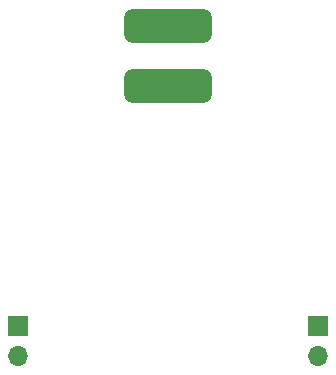
<source format=gbr>
%TF.GenerationSoftware,KiCad,Pcbnew,(6.0.4)*%
%TF.CreationDate,2022-07-19T15:21:12-07:00*%
%TF.ProjectId,Contact Side,436f6e74-6163-4742-9053-6964652e6b69,rev?*%
%TF.SameCoordinates,Original*%
%TF.FileFunction,Copper,L2,Bot*%
%TF.FilePolarity,Positive*%
%FSLAX46Y46*%
G04 Gerber Fmt 4.6, Leading zero omitted, Abs format (unit mm)*
G04 Created by KiCad (PCBNEW (6.0.4)) date 2022-07-19 15:21:12*
%MOMM*%
%LPD*%
G01*
G04 APERTURE LIST*
G04 Aperture macros list*
%AMRoundRect*
0 Rectangle with rounded corners*
0 $1 Rounding radius*
0 $2 $3 $4 $5 $6 $7 $8 $9 X,Y pos of 4 corners*
0 Add a 4 corners polygon primitive as box body*
4,1,4,$2,$3,$4,$5,$6,$7,$8,$9,$2,$3,0*
0 Add four circle primitives for the rounded corners*
1,1,$1+$1,$2,$3*
1,1,$1+$1,$4,$5*
1,1,$1+$1,$6,$7*
1,1,$1+$1,$8,$9*
0 Add four rect primitives between the rounded corners*
20,1,$1+$1,$2,$3,$4,$5,0*
20,1,$1+$1,$4,$5,$6,$7,0*
20,1,$1+$1,$6,$7,$8,$9,0*
20,1,$1+$1,$8,$9,$2,$3,0*%
G04 Aperture macros list end*
%TA.AperFunction,ComponentPad*%
%ADD10R,1.700000X1.700000*%
%TD*%
%TA.AperFunction,ComponentPad*%
%ADD11O,1.700000X1.700000*%
%TD*%
%TA.AperFunction,SMDPad,CuDef*%
%ADD12RoundRect,0.725000X2.975000X-0.725000X2.975000X0.725000X-2.975000X0.725000X-2.975000X-0.725000X0*%
%TD*%
%TA.AperFunction,ViaPad*%
%ADD13C,0.800000*%
%TD*%
G04 APERTURE END LIST*
D10*
%TO.P,D2,1,K*%
%TO.N,Net-(D1-Pad1)*%
X-12700000Y-10160000D03*
D11*
%TO.P,D2,2,A*%
%TO.N,Net-(D1-Pad2)*%
X-12700000Y-12700000D03*
%TD*%
D12*
%TO.P,U1,1,+*%
%TO.N,Net-(D1-Pad2)*%
X0Y10160000D03*
%TO.P,U1,2,GND*%
%TO.N,Net-(D1-Pad1)*%
X0Y15240000D03*
%TD*%
D10*
%TO.P,D1,1,K*%
%TO.N,Net-(D1-Pad1)*%
X12700000Y-10160000D03*
D11*
%TO.P,D1,2,A*%
%TO.N,Net-(D1-Pad2)*%
X12700000Y-12700000D03*
%TD*%
D13*
%TO.N,Net-(D1-Pad1)*%
X0Y15240000D03*
%TO.N,Net-(D1-Pad2)*%
X0Y10160000D03*
%TD*%
M02*

</source>
